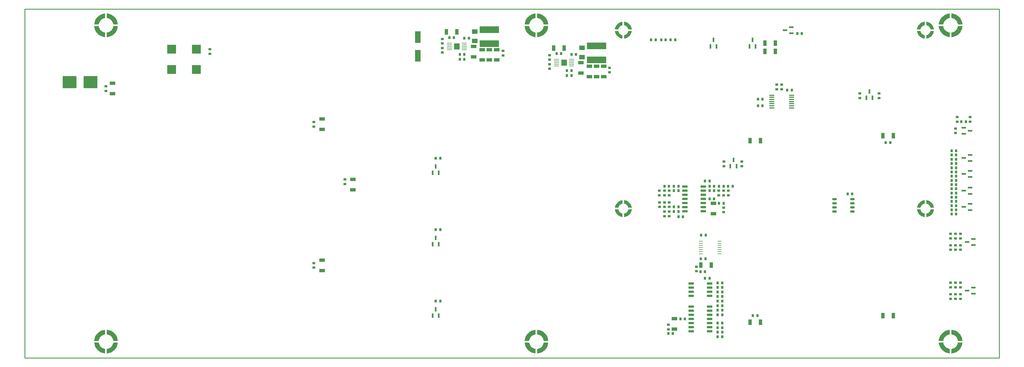
<source format=gtp>
G04 Layer_Color=10723209*
%FSLAX43Y43*%
%MOMM*%
G71*
G01*
G75*
%ADD10R,2.700X2.700*%
%ADD12R,6.000X2.000*%
%ADD13R,1.350X0.600*%
%ADD14O,1.450X0.650*%
%ADD15R,1.800X1.340*%
%ADD16R,0.900X0.800*%
%ADD18R,4.240X3.810*%
%ADD19R,0.800X0.900*%
%ADD20R,1.800X3.550*%
G04:AMPARAMS|DCode=22|XSize=0.65mm|YSize=1.65mm|CornerRadius=0.049mm|HoleSize=0mm|Usage=FLASHONLY|Rotation=270.000|XOffset=0mm|YOffset=0mm|HoleType=Round|Shape=RoundedRectangle|*
%AMROUNDEDRECTD22*
21,1,0.650,1.552,0,0,270.0*
21,1,0.552,1.650,0,0,270.0*
1,1,0.098,-0.776,-0.276*
1,1,0.098,-0.776,0.276*
1,1,0.098,0.776,0.276*
1,1,0.098,0.776,-0.276*
%
%ADD22ROUNDEDRECTD22*%
%ADD23R,1.700X1.000*%
%ADD24R,1.000X1.700*%
G04:AMPARAMS|DCode=26|XSize=1.73mm|YSize=1.9mm|CornerRadius=0.052mm|HoleSize=0mm|Usage=FLASHONLY|Rotation=0.000|XOffset=0mm|YOffset=0mm|HoleType=Round|Shape=RoundedRectangle|*
%AMROUNDEDRECTD26*
21,1,1.730,1.796,0,0,0.0*
21,1,1.626,1.900,0,0,0.0*
1,1,0.104,0.813,-0.898*
1,1,0.104,-0.813,-0.898*
1,1,0.104,-0.813,0.898*
1,1,0.104,0.813,0.898*
%
%ADD26ROUNDEDRECTD26*%
%ADD27R,0.600X1.350*%
%ADD35C,0.254*%
%ADD75O,1.300X0.250*%
G04:AMPARAMS|DCode=76|XSize=0.35mm|YSize=1.5mm|CornerRadius=0mm|HoleSize=0mm|Usage=FLASHONLY|Rotation=90.000|XOffset=0mm|YOffset=0mm|HoleType=Round|Shape=RoundedRectangle|*
%AMROUNDEDRECTD76*
21,1,0.350,1.500,0,0,90.0*
21,1,0.350,1.500,0,0,90.0*
1,1,0.000,0.750,0.175*
1,1,0.000,0.750,-0.175*
1,1,0.000,-0.750,-0.175*
1,1,0.000,-0.750,0.175*
%
%ADD76ROUNDEDRECTD76*%
G04:AMPARAMS|DCode=77|XSize=0.2mm|YSize=1.45mm|CornerRadius=0mm|HoleSize=0mm|Usage=FLASHONLY|Rotation=90.000|XOffset=0mm|YOffset=0mm|HoleType=Round|Shape=RoundedRectangle|*
%AMROUNDEDRECTD77*
21,1,0.200,1.450,0,0,90.0*
21,1,0.200,1.450,0,0,90.0*
1,1,0.000,0.725,0.100*
1,1,0.000,0.725,-0.100*
1,1,0.000,-0.725,-0.100*
1,1,0.000,-0.725,0.100*
%
%ADD77ROUNDEDRECTD77*%
G36*
X186838Y45750D02*
X186816Y45527D01*
X186697Y45094D01*
X186506Y44688D01*
X186247Y44320D01*
X185930Y44003D01*
X185562Y43744D01*
X185156Y43553D01*
X184723Y43434D01*
X184500Y43412D01*
X184500D01*
Y44471D01*
X184500Y44470D01*
X184618Y44494D01*
X184848Y44570D01*
X185062Y44680D01*
X185257Y44822D01*
X185428Y44993D01*
X185570Y45188D01*
X185680Y45402D01*
X185756Y45632D01*
X185780Y45750D01*
Y45750D01*
Y45750D01*
X186838Y45750D01*
D02*
G37*
G36*
X279858D02*
X279836Y45527D01*
X279717Y45094D01*
X279526Y44688D01*
X279267Y44320D01*
X278950Y44003D01*
X278582Y43744D01*
X278176Y43553D01*
X277743Y43434D01*
X277520Y43412D01*
X277520D01*
Y44471D01*
X277520Y44470D01*
X277638Y44494D01*
X277868Y44570D01*
X278082Y44680D01*
X278277Y44822D01*
X278448Y44993D01*
X278590Y45188D01*
X278700Y45402D01*
X278776Y45632D01*
X278800Y45750D01*
Y45750D01*
Y45750D01*
X279858Y45750D01*
D02*
G37*
G36*
X275740Y45750D02*
X275764Y45632D01*
X275840Y45402D01*
X275950Y45188D01*
X276092Y44993D01*
X276263Y44822D01*
X276458Y44680D01*
X276672Y44570D01*
X276902Y44494D01*
X277020Y44470D01*
X277020Y44470D01*
X277020D01*
X277020Y43412D01*
X276797Y43434D01*
X276364Y43553D01*
X275957Y43744D01*
X275590Y44003D01*
X275273Y44320D01*
X275014Y44688D01*
X274823Y45094D01*
X274704Y45527D01*
X274682Y45750D01*
Y45750D01*
X275741D01*
X275740Y45750D01*
D02*
G37*
G36*
X157250Y8641D02*
Y7236D01*
X157250D01*
Y7236D01*
X157063Y7207D01*
X156699Y7103D01*
X156358Y6938D01*
X156049Y6719D01*
X155781Y6452D01*
X155562Y6143D01*
X155398Y5801D01*
X155293Y5437D01*
X155264Y5250D01*
Y5250D01*
X153859D01*
X153874Y5468D01*
X153955Y5897D01*
X154087Y6313D01*
X154268Y6710D01*
X154495Y7083D01*
X154765Y7427D01*
X155074Y7735D01*
X155417Y8005D01*
X155790Y8232D01*
X156187Y8413D01*
X156603Y8545D01*
X157032Y8626D01*
X157250Y8641D01*
D01*
X157250D01*
X157250D01*
D02*
G37*
G36*
X182720Y45750D02*
X182744Y45632D01*
X182820Y45402D01*
X182930Y45188D01*
X183072Y44993D01*
X183243Y44822D01*
X183438Y44680D01*
X183652Y44570D01*
X183882Y44494D01*
X184000Y44470D01*
X184000Y44470D01*
X184000D01*
X184000Y43412D01*
X183777Y43434D01*
X183344Y43553D01*
X182938Y43744D01*
X182570Y44003D01*
X182253Y44320D01*
X181994Y44688D01*
X181803Y45094D01*
X181684Y45527D01*
X181662Y45750D01*
Y45750D01*
X182721D01*
X182720Y45750D01*
D02*
G37*
G36*
X277020Y47529D02*
X277020Y47530D01*
X276902Y47506D01*
X276672Y47430D01*
X276458Y47320D01*
X276263Y47178D01*
X276092Y47007D01*
X275950Y46812D01*
X275840Y46598D01*
X275764Y46368D01*
X275740Y46250D01*
X275740D01*
Y46250D01*
X274682D01*
X274704Y46473D01*
X274823Y46906D01*
X275014Y47312D01*
X275273Y47680D01*
X275590Y47997D01*
X275957Y48256D01*
X276364Y48447D01*
X276797Y48566D01*
X277020Y48588D01*
Y48588D01*
X277020D01*
Y47529D01*
D02*
G37*
G36*
X182720Y100750D02*
X182744Y100632D01*
X182820Y100402D01*
X182930Y100188D01*
X183072Y99993D01*
X183243Y99822D01*
X183438Y99680D01*
X183652Y99570D01*
X183882Y99494D01*
X184000Y99470D01*
X184000Y99470D01*
X184000D01*
X184000Y98412D01*
X183777Y98434D01*
X183344Y98553D01*
X182938Y98744D01*
X182570Y99003D01*
X182253Y99320D01*
X181994Y99687D01*
X181803Y100094D01*
X181684Y100527D01*
X181662Y100750D01*
Y100750D01*
X182721D01*
X182720Y100750D01*
D02*
G37*
G36*
X184000Y47529D02*
X184000Y47530D01*
X183882Y47506D01*
X183652Y47430D01*
X183438Y47320D01*
X183243Y47178D01*
X183072Y47007D01*
X182930Y46812D01*
X182820Y46598D01*
X182744Y46368D01*
X182720Y46250D01*
X182720D01*
Y46250D01*
X181662D01*
X181684Y46473D01*
X181803Y46906D01*
X181994Y47312D01*
X182253Y47680D01*
X182570Y47997D01*
X182938Y48256D01*
X183344Y48447D01*
X183777Y48566D01*
X184000Y48588D01*
Y48588D01*
X184000D01*
Y47529D01*
D02*
G37*
G36*
X184723Y48566D02*
X185156Y48447D01*
X185562Y48256D01*
X185930Y47997D01*
X186247Y47680D01*
X186506Y47312D01*
X186697Y46906D01*
X186816Y46473D01*
X186838Y46250D01*
X186838Y46250D01*
Y46250D01*
X185779D01*
X185780Y46250D01*
X185756Y46368D01*
X185680Y46598D01*
X185570Y46812D01*
X185428Y47007D01*
X185257Y47178D01*
X185062Y47320D01*
X184848Y47430D01*
X184618Y47506D01*
X184500Y47530D01*
X184500D01*
Y48588D01*
X184723Y48566D01*
D02*
G37*
G36*
X277743D02*
X278176Y48447D01*
X278582Y48256D01*
X278950Y47997D01*
X279267Y47680D01*
X279526Y47312D01*
X279717Y46906D01*
X279836Y46473D01*
X279858Y46250D01*
X279858Y46250D01*
Y46250D01*
X278799D01*
X278800Y46250D01*
X278776Y46368D01*
X278700Y46598D01*
X278590Y46812D01*
X278448Y47007D01*
X278277Y47178D01*
X278082Y47320D01*
X277868Y47430D01*
X277638Y47506D01*
X277520Y47530D01*
X277520D01*
Y48588D01*
X277743Y48566D01*
D02*
G37*
G36*
X157968Y8626D02*
X158397Y8545D01*
X158813Y8413D01*
X159210Y8232D01*
X159583Y8005D01*
X159927Y7735D01*
X160235Y7426D01*
X160505Y7083D01*
X160732Y6710D01*
X160913Y6313D01*
X161045Y5897D01*
X161126Y5468D01*
X161141Y5250D01*
D01*
Y5250D01*
Y5250D01*
X159736D01*
Y5250D01*
X159736Y5250D01*
X159707Y5437D01*
X159603Y5801D01*
X159438Y6142D01*
X159219Y6451D01*
X158952Y6719D01*
X158643Y6938D01*
X158301Y7102D01*
X157937Y7207D01*
X157750Y7236D01*
X157750Y7236D01*
Y8641D01*
X157968Y8626D01*
D02*
G37*
G36*
X22793Y4563D02*
X22897Y4199D01*
X23062Y3858D01*
X23281Y3549D01*
X23548Y3281D01*
X23857Y3062D01*
X24199Y2898D01*
X24563Y2793D01*
X24750Y2764D01*
X24750D01*
Y1359D01*
X24750Y1359D01*
X24532Y1374D01*
X24103Y1455D01*
X23687Y1587D01*
X23290Y1768D01*
X22917Y1995D01*
X22573Y2265D01*
X22265Y2573D01*
X21995Y2917D01*
X21768Y3290D01*
X21587Y3687D01*
X21455Y4103D01*
X21374Y4532D01*
X21359Y4750D01*
X21359Y4750D01*
X22764D01*
Y4750D01*
X22793Y4563D01*
D02*
G37*
G36*
X282793D02*
X282897Y4199D01*
X283062Y3858D01*
X283281Y3549D01*
X283548Y3281D01*
X283857Y3062D01*
X284199Y2898D01*
X284563Y2793D01*
X284750Y2764D01*
X284750D01*
Y1359D01*
X284750Y1359D01*
X284532Y1374D01*
X284103Y1455D01*
X283687Y1587D01*
X283290Y1768D01*
X282917Y1995D01*
X282573Y2265D01*
X282265Y2573D01*
X281995Y2917D01*
X281768Y3290D01*
X281587Y3687D01*
X281455Y4103D01*
X281374Y4532D01*
X281359Y4750D01*
X281359Y4750D01*
X282764D01*
Y4750D01*
X282793Y4563D01*
D02*
G37*
G36*
X161141Y4750D02*
X161126Y4532D01*
X161045Y4103D01*
X160913Y3687D01*
X160732Y3290D01*
X160505Y2917D01*
X160235Y2573D01*
X159926Y2265D01*
X159583Y1995D01*
X159210Y1768D01*
X158813Y1587D01*
X158397Y1455D01*
X157968Y1374D01*
X157750Y1359D01*
X157750Y1359D01*
Y2764D01*
X157750D01*
X157937Y2793D01*
X158301Y2897D01*
X158642Y3062D01*
X158951Y3281D01*
X159219Y3548D01*
X159438Y3857D01*
X159602Y4199D01*
X159707Y4563D01*
X159736Y4750D01*
X159736Y4750D01*
X161141D01*
Y4750D01*
D02*
G37*
G36*
X28641Y4750D02*
X28626Y4532D01*
X28545Y4103D01*
X28413Y3687D01*
X28232Y3290D01*
X28005Y2917D01*
X27735Y2573D01*
X27427Y2265D01*
X27083Y1995D01*
X26710Y1768D01*
X26313Y1587D01*
X25897Y1455D01*
X25468Y1373D01*
X25250Y1359D01*
X25250Y1359D01*
Y2764D01*
X25250D01*
X25437Y2793D01*
X25801Y2897D01*
X26142Y3062D01*
X26451Y3281D01*
X26719Y3548D01*
X26938Y3857D01*
X27102Y4199D01*
X27207Y4563D01*
X27236Y4750D01*
X27236Y4750D01*
X28641D01*
Y4750D01*
D02*
G37*
G36*
X288641D02*
X288626Y4532D01*
X288545Y4103D01*
X288413Y3687D01*
X288232Y3290D01*
X288005Y2917D01*
X287735Y2573D01*
X287427Y2265D01*
X287083Y1995D01*
X286710Y1768D01*
X286313Y1587D01*
X285897Y1455D01*
X285468Y1373D01*
X285250Y1359D01*
X285250Y1359D01*
Y2764D01*
X285250D01*
X285437Y2793D01*
X285801Y2897D01*
X286142Y3062D01*
X286451Y3281D01*
X286719Y3548D01*
X286938Y3857D01*
X287102Y4199D01*
X287207Y4563D01*
X287236Y4750D01*
X287236Y4750D01*
X288641D01*
Y4750D01*
D02*
G37*
G36*
X24750Y8641D02*
Y7236D01*
X24750D01*
Y7236D01*
X24563Y7207D01*
X24199Y7102D01*
X23858Y6938D01*
X23549Y6719D01*
X23281Y6452D01*
X23062Y6143D01*
X22898Y5801D01*
X22793Y5437D01*
X22764Y5250D01*
Y5250D01*
X21359D01*
X21374Y5468D01*
X21455Y5897D01*
X21587Y6313D01*
X21768Y6710D01*
X21995Y7083D01*
X22265Y7427D01*
X22573Y7735D01*
X22917Y8005D01*
X23290Y8232D01*
X23687Y8413D01*
X24103Y8545D01*
X24532Y8626D01*
X24750Y8641D01*
D01*
X24750D01*
X24750D01*
D02*
G37*
G36*
X284750D02*
Y7236D01*
X284750D01*
Y7236D01*
X284563Y7207D01*
X284199Y7102D01*
X283858Y6938D01*
X283549Y6719D01*
X283281Y6452D01*
X283062Y6143D01*
X282898Y5801D01*
X282793Y5437D01*
X282764Y5250D01*
Y5250D01*
X281359D01*
X281374Y5468D01*
X281455Y5897D01*
X281587Y6313D01*
X281768Y6710D01*
X281995Y7083D01*
X282265Y7427D01*
X282573Y7735D01*
X282917Y8005D01*
X283290Y8232D01*
X283687Y8413D01*
X284103Y8545D01*
X284532Y8626D01*
X284750Y8641D01*
D01*
X284750D01*
X284750D01*
D02*
G37*
G36*
X285468Y8626D02*
X285897Y8545D01*
X286313Y8413D01*
X286710Y8232D01*
X287083Y8005D01*
X287427Y7735D01*
X287735Y7426D01*
X288005Y7083D01*
X288232Y6710D01*
X288413Y6313D01*
X288545Y5897D01*
X288626Y5468D01*
X288641Y5250D01*
D01*
Y5250D01*
Y5250D01*
X287236D01*
Y5250D01*
X287236Y5250D01*
X287207Y5437D01*
X287103Y5801D01*
X286938Y6142D01*
X286719Y6451D01*
X286452Y6719D01*
X286143Y6938D01*
X285801Y7102D01*
X285437Y7207D01*
X285250Y7236D01*
X285250Y7236D01*
Y8641D01*
X285468Y8626D01*
D02*
G37*
G36*
X155293Y4563D02*
X155397Y4199D01*
X155562Y3858D01*
X155781Y3549D01*
X156048Y3281D01*
X156357Y3062D01*
X156699Y2898D01*
X157063Y2793D01*
X157250Y2764D01*
X157250D01*
Y1359D01*
X157250Y1359D01*
X157032Y1374D01*
X156603Y1455D01*
X156187Y1587D01*
X155790Y1768D01*
X155417Y1995D01*
X155073Y2265D01*
X154765Y2573D01*
X154495Y2917D01*
X154268Y3290D01*
X154087Y3687D01*
X153955Y4103D01*
X153874Y4532D01*
X153859Y4750D01*
X153859Y4750D01*
X155264D01*
Y4750D01*
X155293Y4563D01*
D02*
G37*
G36*
X25468Y8626D02*
X25897Y8545D01*
X26313Y8413D01*
X26710Y8232D01*
X27083Y8005D01*
X27427Y7735D01*
X27735Y7426D01*
X28005Y7083D01*
X28232Y6710D01*
X28413Y6313D01*
X28545Y5897D01*
X28626Y5468D01*
X28641Y5250D01*
D01*
Y5250D01*
Y5250D01*
X27236D01*
Y5250D01*
X27236Y5250D01*
X27207Y5437D01*
X27103Y5801D01*
X26938Y6142D01*
X26719Y6451D01*
X26452Y6719D01*
X26143Y6938D01*
X25801Y7102D01*
X25437Y7207D01*
X25250Y7236D01*
X25250Y7236D01*
Y8641D01*
X25468Y8626D01*
D02*
G37*
G36*
X275720Y100750D02*
X275744Y100632D01*
X275820Y100402D01*
X275930Y100188D01*
X276072Y99993D01*
X276243Y99822D01*
X276438Y99680D01*
X276652Y99570D01*
X276882Y99494D01*
X277000Y99470D01*
X277000Y99470D01*
X277000D01*
X277000Y98412D01*
X276777Y98434D01*
X276344Y98553D01*
X275938Y98744D01*
X275570Y99003D01*
X275253Y99320D01*
X274994Y99687D01*
X274803Y100094D01*
X274684Y100527D01*
X274662Y100750D01*
Y100750D01*
X275721D01*
X275720Y100750D01*
D02*
G37*
G36*
X285468Y106126D02*
X285897Y106045D01*
X286313Y105913D01*
X286710Y105732D01*
X287083Y105505D01*
X287427Y105235D01*
X287735Y104926D01*
X288005Y104583D01*
X288232Y104210D01*
X288413Y103813D01*
X288545Y103397D01*
X288626Y102968D01*
X288641Y102750D01*
D01*
Y102750D01*
Y102750D01*
X287236D01*
Y102750D01*
X287236Y102750D01*
X287207Y102937D01*
X287103Y103301D01*
X286938Y103642D01*
X286719Y103951D01*
X286452Y104219D01*
X286143Y104438D01*
X285801Y104602D01*
X285437Y104707D01*
X285250Y104736D01*
X285250Y104736D01*
Y106141D01*
X285468Y106126D01*
D02*
G37*
G36*
X24750Y104736D02*
X24750D01*
Y104736D01*
X24563Y104707D01*
X24199Y104603D01*
X23858Y104438D01*
X23549Y104219D01*
X23281Y103952D01*
X23062Y103643D01*
X22898Y103301D01*
X22793Y102937D01*
X22764Y102750D01*
Y102750D01*
X21359D01*
X21374Y102968D01*
X21455Y103397D01*
X21587Y103813D01*
X21768Y104210D01*
X21995Y104583D01*
X22265Y104927D01*
X22573Y105235D01*
X22917Y105505D01*
X23290Y105732D01*
X23687Y105913D01*
X24103Y106045D01*
X24532Y106126D01*
X24750Y106141D01*
Y104736D01*
D02*
G37*
G36*
X157968Y106126D02*
X158397Y106045D01*
X158813Y105913D01*
X159210Y105732D01*
X159583Y105505D01*
X159927Y105235D01*
X160235Y104926D01*
X160505Y104583D01*
X160732Y104210D01*
X160913Y103813D01*
X161045Y103397D01*
X161126Y102968D01*
X161141Y102750D01*
D01*
Y102750D01*
Y102750D01*
X159736D01*
Y102750D01*
X159736Y102750D01*
X159707Y102937D01*
X159603Y103301D01*
X159438Y103642D01*
X159219Y103951D01*
X158952Y104219D01*
X158643Y104438D01*
X158301Y104602D01*
X157937Y104707D01*
X157750Y104736D01*
X157750Y104736D01*
Y106141D01*
X157968Y106126D01*
D02*
G37*
G36*
X277000Y102529D02*
X277000Y102530D01*
X276882Y102506D01*
X276652Y102430D01*
X276438Y102320D01*
X276243Y102178D01*
X276072Y102007D01*
X275930Y101812D01*
X275820Y101598D01*
X275744Y101368D01*
X275720Y101250D01*
X275720D01*
Y101250D01*
X274662D01*
X274684Y101473D01*
X274803Y101906D01*
X274994Y102312D01*
X275253Y102680D01*
X275570Y102997D01*
X275938Y103256D01*
X276344Y103447D01*
X276777Y103566D01*
X277000Y103588D01*
Y103588D01*
X277000D01*
Y102529D01*
D02*
G37*
G36*
X25468Y106126D02*
X25897Y106045D01*
X26313Y105913D01*
X26710Y105732D01*
X27083Y105505D01*
X27427Y105235D01*
X27735Y104926D01*
X28005Y104583D01*
X28232Y104210D01*
X28413Y103813D01*
X28545Y103397D01*
X28626Y102968D01*
X28641Y102750D01*
D01*
Y102750D01*
Y102750D01*
X27236D01*
Y102750D01*
X27236Y102750D01*
X27207Y102937D01*
X27103Y103301D01*
X26938Y103642D01*
X26719Y103951D01*
X26452Y104219D01*
X26143Y104438D01*
X25801Y104602D01*
X25437Y104707D01*
X25250Y104736D01*
X25250Y104736D01*
Y106141D01*
X25468Y106126D01*
D02*
G37*
G36*
X284750Y106141D02*
D01*
X284750D01*
X284750D01*
D02*
G37*
G36*
X157250D02*
D01*
X157250D01*
X157250D01*
D02*
G37*
G36*
X24750D02*
D01*
X24750D01*
X24750D01*
D02*
G37*
G36*
X157250Y104736D02*
X157250D01*
Y104736D01*
X157063Y104707D01*
X156699Y104603D01*
X156358Y104438D01*
X156049Y104219D01*
X155781Y103952D01*
X155562Y103643D01*
X155398Y103301D01*
X155293Y102937D01*
X155264Y102750D01*
Y102750D01*
X153859D01*
X153874Y102968D01*
X153955Y103397D01*
X154087Y103813D01*
X154268Y104210D01*
X154495Y104583D01*
X154765Y104927D01*
X155074Y105235D01*
X155417Y105505D01*
X155790Y105732D01*
X156187Y105913D01*
X156603Y106045D01*
X157032Y106126D01*
X157250Y106141D01*
Y104736D01*
D02*
G37*
G36*
X284750D02*
X284750D01*
Y104736D01*
X284563Y104707D01*
X284199Y104603D01*
X283858Y104438D01*
X283549Y104219D01*
X283281Y103952D01*
X283062Y103643D01*
X282898Y103301D01*
X282793Y102937D01*
X282764Y102750D01*
Y102750D01*
X281359D01*
X281374Y102968D01*
X281455Y103397D01*
X281587Y103813D01*
X281768Y104210D01*
X281995Y104583D01*
X282265Y104927D01*
X282573Y105235D01*
X282917Y105505D01*
X283290Y105732D01*
X283687Y105913D01*
X284103Y106045D01*
X284532Y106126D01*
X284750Y106141D01*
Y104736D01*
D02*
G37*
G36*
X184000Y102529D02*
X184000Y102530D01*
X183882Y102506D01*
X183652Y102430D01*
X183438Y102320D01*
X183243Y102178D01*
X183072Y102007D01*
X182930Y101812D01*
X182820Y101598D01*
X182744Y101368D01*
X182720Y101250D01*
X182720D01*
Y101250D01*
X181662D01*
X181684Y101473D01*
X181803Y101906D01*
X181994Y102312D01*
X182253Y102680D01*
X182570Y102997D01*
X182938Y103256D01*
X183344Y103447D01*
X183777Y103566D01*
X184000Y103588D01*
Y103588D01*
X184000D01*
Y102529D01*
D02*
G37*
G36*
X186838Y100750D02*
X186816Y100527D01*
X186697Y100094D01*
X186506Y99688D01*
X186247Y99320D01*
X185930Y99003D01*
X185562Y98744D01*
X185156Y98553D01*
X184723Y98434D01*
X184500Y98412D01*
X184500D01*
Y99471D01*
X184500Y99470D01*
X184618Y99494D01*
X184848Y99570D01*
X185062Y99680D01*
X185257Y99822D01*
X185428Y99993D01*
X185570Y100188D01*
X185680Y100402D01*
X185756Y100632D01*
X185780Y100750D01*
Y100750D01*
Y100750D01*
X186838Y100750D01*
D02*
G37*
G36*
X279838D02*
X279816Y100527D01*
X279697Y100094D01*
X279506Y99688D01*
X279247Y99320D01*
X278930Y99003D01*
X278562Y98744D01*
X278156Y98553D01*
X277723Y98434D01*
X277500Y98412D01*
X277500D01*
Y99471D01*
X277500Y99470D01*
X277618Y99494D01*
X277848Y99570D01*
X278062Y99680D01*
X278257Y99822D01*
X278428Y99993D01*
X278570Y100188D01*
X278680Y100402D01*
X278756Y100632D01*
X278780Y100750D01*
Y100750D01*
Y100750D01*
X279838Y100750D01*
D02*
G37*
G36*
X288641Y102250D02*
X288626Y102032D01*
X288545Y101603D01*
X288413Y101187D01*
X288232Y100790D01*
X288005Y100417D01*
X287735Y100073D01*
X287427Y99765D01*
X287083Y99495D01*
X286710Y99268D01*
X286313Y99087D01*
X285897Y98955D01*
X285468Y98874D01*
X285250Y98859D01*
X285250Y98859D01*
Y100264D01*
X285250D01*
X285437Y100293D01*
X285801Y100397D01*
X286142Y100562D01*
X286451Y100781D01*
X286719Y101048D01*
X286938Y101357D01*
X287102Y101699D01*
X287207Y102063D01*
X287236Y102250D01*
X287236Y102250D01*
X288641D01*
Y102250D01*
D02*
G37*
G36*
X28641D02*
X28626Y102032D01*
X28545Y101603D01*
X28413Y101187D01*
X28232Y100790D01*
X28005Y100417D01*
X27735Y100073D01*
X27427Y99765D01*
X27083Y99495D01*
X26710Y99268D01*
X26313Y99087D01*
X25897Y98955D01*
X25468Y98874D01*
X25250Y98859D01*
X25250Y98859D01*
Y100264D01*
X25250D01*
X25437Y100293D01*
X25801Y100397D01*
X26142Y100562D01*
X26451Y100781D01*
X26719Y101048D01*
X26938Y101357D01*
X27102Y101699D01*
X27207Y102063D01*
X27236Y102250D01*
X27236Y102250D01*
X28641D01*
Y102250D01*
D02*
G37*
G36*
X161141D02*
X161126Y102032D01*
X161045Y101603D01*
X160913Y101187D01*
X160732Y100790D01*
X160505Y100417D01*
X160235Y100073D01*
X159926Y99765D01*
X159583Y99495D01*
X159210Y99268D01*
X158813Y99087D01*
X158397Y98955D01*
X157968Y98874D01*
X157750Y98859D01*
X157750Y98859D01*
Y100264D01*
X157750D01*
X157937Y100293D01*
X158301Y100397D01*
X158642Y100562D01*
X158951Y100781D01*
X159219Y101048D01*
X159438Y101357D01*
X159602Y101699D01*
X159707Y102063D01*
X159736Y102250D01*
X159736Y102250D01*
X161141D01*
Y102250D01*
D02*
G37*
G36*
X155293Y102063D02*
X155397Y101699D01*
X155562Y101358D01*
X155781Y101049D01*
X156048Y100781D01*
X156357Y100562D01*
X156699Y100398D01*
X157063Y100293D01*
X157250Y100264D01*
X157250D01*
Y98859D01*
X157250Y98859D01*
X157032Y98874D01*
X156603Y98955D01*
X156187Y99087D01*
X155790Y99268D01*
X155417Y99495D01*
X155073Y99765D01*
X154765Y100074D01*
X154495Y100417D01*
X154268Y100790D01*
X154087Y101187D01*
X153955Y101603D01*
X153874Y102032D01*
X153859Y102250D01*
X153859Y102250D01*
X155264D01*
Y102250D01*
X155293Y102063D01*
D02*
G37*
G36*
X282793D02*
X282897Y101699D01*
X283062Y101358D01*
X283281Y101049D01*
X283548Y100781D01*
X283857Y100562D01*
X284199Y100398D01*
X284563Y100293D01*
X284750Y100264D01*
X284750D01*
Y98859D01*
X284750Y98859D01*
X284532Y98874D01*
X284103Y98955D01*
X283687Y99087D01*
X283290Y99268D01*
X282917Y99495D01*
X282573Y99765D01*
X282265Y100074D01*
X281995Y100417D01*
X281768Y100790D01*
X281587Y101187D01*
X281455Y101603D01*
X281374Y102032D01*
X281359Y102250D01*
X281359Y102250D01*
X282764D01*
Y102250D01*
X282793Y102063D01*
D02*
G37*
G36*
X22793D02*
X22897Y101699D01*
X23062Y101358D01*
X23281Y101049D01*
X23548Y100781D01*
X23857Y100562D01*
X24199Y100398D01*
X24563Y100293D01*
X24750Y100264D01*
X24750D01*
Y98859D01*
X24750Y98859D01*
X24532Y98874D01*
X24103Y98955D01*
X23687Y99087D01*
X23290Y99268D01*
X22917Y99495D01*
X22573Y99765D01*
X22265Y100074D01*
X21995Y100417D01*
X21768Y100790D01*
X21587Y101187D01*
X21455Y101603D01*
X21374Y102032D01*
X21359Y102250D01*
X21359Y102250D01*
X22764D01*
Y102250D01*
X22793Y102063D01*
D02*
G37*
G36*
X184723Y103566D02*
X185156Y103447D01*
X185562Y103256D01*
X185930Y102997D01*
X186247Y102680D01*
X186506Y102312D01*
X186697Y101906D01*
X186816Y101473D01*
X186838Y101250D01*
X186838Y101250D01*
Y101250D01*
X185779D01*
X185780Y101250D01*
X185756Y101368D01*
X185680Y101598D01*
X185570Y101812D01*
X185428Y102007D01*
X185257Y102178D01*
X185062Y102320D01*
X184848Y102430D01*
X184618Y102506D01*
X184500Y102530D01*
X184500D01*
Y103588D01*
X184723Y103566D01*
D02*
G37*
G36*
X277723D02*
X278156Y103447D01*
X278562Y103256D01*
X278930Y102997D01*
X279247Y102680D01*
X279506Y102312D01*
X279697Y101906D01*
X279816Y101473D01*
X279838Y101250D01*
X279838Y101250D01*
Y101250D01*
X278779D01*
X278780Y101250D01*
X278756Y101368D01*
X278680Y101598D01*
X278570Y101812D01*
X278428Y102007D01*
X278257Y102178D01*
X278062Y102320D01*
X277848Y102430D01*
X277618Y102506D01*
X277500Y102530D01*
X277500D01*
Y103588D01*
X277723Y103566D01*
D02*
G37*
D10*
X45190Y88890D02*
D03*
X52810D02*
D03*
Y95110D02*
D03*
X45190D02*
D03*
D12*
X143000Y96850D02*
D03*
Y101150D02*
D03*
X176000Y91850D02*
D03*
Y96150D02*
D03*
D13*
X235975Y100050D02*
D03*
Y101950D02*
D03*
X234025Y101000D02*
D03*
X290975Y70000D02*
D03*
X289025Y69050D02*
D03*
Y70950D02*
D03*
X290025Y35700D02*
D03*
X291975Y36650D02*
D03*
Y34750D02*
D03*
X290975Y45550D02*
D03*
Y47450D02*
D03*
X289025Y46500D02*
D03*
X290975Y50550D02*
D03*
Y52450D02*
D03*
X289025Y51500D02*
D03*
X290975Y55750D02*
D03*
Y57650D02*
D03*
X289025Y56700D02*
D03*
X290975Y60650D02*
D03*
Y62550D02*
D03*
X289025Y61600D02*
D03*
X291975Y19750D02*
D03*
Y21650D02*
D03*
X290025Y20700D02*
D03*
D14*
X254725Y45095D02*
D03*
Y46365D02*
D03*
Y47635D02*
D03*
Y48905D02*
D03*
X249275Y45095D02*
D03*
Y46365D02*
D03*
Y47635D02*
D03*
Y48905D02*
D03*
D15*
X138500Y100530D02*
D03*
Y97670D02*
D03*
X171500Y95530D02*
D03*
Y92670D02*
D03*
D16*
X233000Y84200D02*
D03*
Y82800D02*
D03*
X288000Y19600D02*
D03*
Y18200D02*
D03*
X286500Y69300D02*
D03*
Y70700D02*
D03*
X285000Y33300D02*
D03*
Y34700D02*
D03*
Y36800D02*
D03*
Y38200D02*
D03*
X286500Y34700D02*
D03*
Y33300D02*
D03*
Y36800D02*
D03*
Y38200D02*
D03*
X287000Y74200D02*
D03*
Y72800D02*
D03*
X291000Y74200D02*
D03*
Y72800D02*
D03*
X198100Y8800D02*
D03*
Y10200D02*
D03*
X198400Y45100D02*
D03*
Y43700D02*
D03*
Y47900D02*
D03*
Y46500D02*
D03*
X89000Y27800D02*
D03*
Y29200D02*
D03*
X198400Y50100D02*
D03*
Y51500D02*
D03*
X98500Y55000D02*
D03*
Y53600D02*
D03*
X213600Y50100D02*
D03*
Y51500D02*
D03*
X89000Y71300D02*
D03*
Y72700D02*
D03*
X215100Y46300D02*
D03*
Y44900D02*
D03*
X215230Y59070D02*
D03*
Y60470D02*
D03*
X220730Y59070D02*
D03*
Y60470D02*
D03*
X25000Y83700D02*
D03*
Y82300D02*
D03*
X57000Y95100D02*
D03*
Y93700D02*
D03*
X180000Y89400D02*
D03*
Y88000D02*
D03*
X161500Y90500D02*
D03*
Y89100D02*
D03*
X147200Y93200D02*
D03*
Y94600D02*
D03*
X128500Y94100D02*
D03*
Y95500D02*
D03*
X206700Y26700D02*
D03*
Y28100D02*
D03*
X196900Y45100D02*
D03*
Y43700D02*
D03*
Y47900D02*
D03*
Y46500D02*
D03*
X195300Y51500D02*
D03*
Y50100D02*
D03*
X196900D02*
D03*
Y51500D02*
D03*
X215100Y50100D02*
D03*
Y51500D02*
D03*
X161500Y91900D02*
D03*
Y93300D02*
D03*
X128500Y96900D02*
D03*
Y98300D02*
D03*
X263000Y80100D02*
D03*
Y81500D02*
D03*
X257000Y80100D02*
D03*
Y81500D02*
D03*
X195400Y46500D02*
D03*
Y47900D02*
D03*
X216600Y51500D02*
D03*
Y50100D02*
D03*
X288000Y36800D02*
D03*
Y38200D02*
D03*
Y34700D02*
D03*
Y33300D02*
D03*
Y21740D02*
D03*
Y23140D02*
D03*
X286500D02*
D03*
Y21740D02*
D03*
Y18200D02*
D03*
Y19600D02*
D03*
X285000Y23140D02*
D03*
Y21740D02*
D03*
Y19600D02*
D03*
Y18200D02*
D03*
X231500Y84200D02*
D03*
Y82800D02*
D03*
D18*
X20185Y85000D02*
D03*
X13815D02*
D03*
D19*
X215100Y47600D02*
D03*
X213700D02*
D03*
X288300Y72800D02*
D03*
X289700D02*
D03*
X285300Y44300D02*
D03*
X286700D02*
D03*
X285300Y48200D02*
D03*
X286700D02*
D03*
X285300Y49500D02*
D03*
X286700D02*
D03*
X285300Y53400D02*
D03*
X286700D02*
D03*
X285300Y54700D02*
D03*
X286700D02*
D03*
X285300Y58600D02*
D03*
X286700D02*
D03*
X285300Y59900D02*
D03*
X286700D02*
D03*
X285300Y63800D02*
D03*
X286700D02*
D03*
Y62500D02*
D03*
X285300D02*
D03*
X286700Y61200D02*
D03*
X285300D02*
D03*
X286700Y57300D02*
D03*
X285300D02*
D03*
X286700Y56000D02*
D03*
X285300D02*
D03*
X214700Y16100D02*
D03*
X213300D02*
D03*
Y13300D02*
D03*
X214700D02*
D03*
X214700Y21700D02*
D03*
X213300D02*
D03*
Y18900D02*
D03*
X214700D02*
D03*
X214700Y7900D02*
D03*
X213300D02*
D03*
Y10700D02*
D03*
X214700D02*
D03*
X203200Y12000D02*
D03*
X201800D02*
D03*
X208200Y37800D02*
D03*
X209600D02*
D03*
X196900Y52900D02*
D03*
X198300D02*
D03*
X215100D02*
D03*
X213700D02*
D03*
X208000Y26600D02*
D03*
X209400D02*
D03*
X208100Y30500D02*
D03*
X209500D02*
D03*
X210800Y49000D02*
D03*
X212200D02*
D03*
X225530Y12970D02*
D03*
X224130D02*
D03*
X265030Y66370D02*
D03*
X266430D02*
D03*
X254700Y50500D02*
D03*
X253300D02*
D03*
X168300Y93500D02*
D03*
X169700D02*
D03*
X163700Y93800D02*
D03*
X165100D02*
D03*
X135300Y98500D02*
D03*
X136700D02*
D03*
X132100Y98700D02*
D03*
X130700D02*
D03*
X192800Y98000D02*
D03*
X194200D02*
D03*
X236100Y82500D02*
D03*
X234700D02*
D03*
X198100Y7500D02*
D03*
X199500D02*
D03*
X214700Y17500D02*
D03*
X213300D02*
D03*
Y14700D02*
D03*
X214700D02*
D03*
X214700Y23100D02*
D03*
X213300D02*
D03*
Y20300D02*
D03*
X214700D02*
D03*
X214700Y6500D02*
D03*
X213300D02*
D03*
X213300Y9300D02*
D03*
X214700D02*
D03*
X199800Y45100D02*
D03*
X201200D02*
D03*
Y46500D02*
D03*
X199800D02*
D03*
X126500Y17500D02*
D03*
X127900D02*
D03*
X199800Y52900D02*
D03*
X201200D02*
D03*
Y51500D02*
D03*
X199800D02*
D03*
X126500Y39500D02*
D03*
X127900D02*
D03*
X216500Y52900D02*
D03*
X217900D02*
D03*
X212200D02*
D03*
X210800D02*
D03*
Y51500D02*
D03*
X212200D02*
D03*
X126500Y61500D02*
D03*
X127900D02*
D03*
X166900Y87000D02*
D03*
X168300D02*
D03*
Y88500D02*
D03*
X166900D02*
D03*
X133900Y92000D02*
D03*
X135300D02*
D03*
Y93500D02*
D03*
X133900D02*
D03*
X285300Y45600D02*
D03*
X286700D02*
D03*
X285300Y46900D02*
D03*
X286700D02*
D03*
X285300Y50800D02*
D03*
X286700D02*
D03*
X285300Y52100D02*
D03*
X286700D02*
D03*
X195900Y98000D02*
D03*
X197300D02*
D03*
X200200D02*
D03*
X198800D02*
D03*
X210800Y24500D02*
D03*
X209400D02*
D03*
X202600Y43500D02*
D03*
X201200D02*
D03*
X209400Y54500D02*
D03*
X210800D02*
D03*
X237800Y100000D02*
D03*
X239200D02*
D03*
X225700Y79700D02*
D03*
X227100D02*
D03*
X225700Y77700D02*
D03*
X227100D02*
D03*
D20*
X121000Y93125D02*
D03*
Y98875D02*
D03*
D22*
X203175Y52810D02*
D03*
Y51540D02*
D03*
Y50270D02*
D03*
Y49000D02*
D03*
Y47730D02*
D03*
Y46460D02*
D03*
Y45190D02*
D03*
X208825Y52810D02*
D03*
Y51540D02*
D03*
Y50270D02*
D03*
Y49000D02*
D03*
Y47730D02*
D03*
Y46460D02*
D03*
Y45190D02*
D03*
X210825Y19095D02*
D03*
Y20365D02*
D03*
Y21635D02*
D03*
Y22905D02*
D03*
X205175Y19095D02*
D03*
Y20365D02*
D03*
Y21635D02*
D03*
Y22905D02*
D03*
X210825Y8190D02*
D03*
Y9460D02*
D03*
Y10730D02*
D03*
Y12000D02*
D03*
Y13270D02*
D03*
Y14540D02*
D03*
Y15810D02*
D03*
X205175Y8190D02*
D03*
Y9460D02*
D03*
Y10730D02*
D03*
Y12000D02*
D03*
Y13270D02*
D03*
Y14540D02*
D03*
Y15810D02*
D03*
D23*
X145300Y91800D02*
D03*
Y95000D02*
D03*
X200000Y12100D02*
D03*
Y8900D02*
D03*
X91500Y30100D02*
D03*
Y26900D02*
D03*
X101000Y51800D02*
D03*
Y55000D02*
D03*
X91500Y73600D02*
D03*
Y70400D02*
D03*
X212000Y44400D02*
D03*
Y47600D02*
D03*
X27000Y81400D02*
D03*
Y84600D02*
D03*
X173800Y86700D02*
D03*
Y89900D02*
D03*
X176000Y86700D02*
D03*
Y89900D02*
D03*
X178200Y86700D02*
D03*
Y89900D02*
D03*
X140800Y91800D02*
D03*
Y95000D02*
D03*
X143000Y91800D02*
D03*
Y95000D02*
D03*
X171200Y87800D02*
D03*
Y91000D02*
D03*
X138200Y92800D02*
D03*
Y96000D02*
D03*
D24*
X227800Y97000D02*
D03*
X231000D02*
D03*
X211300Y28600D02*
D03*
X208100D02*
D03*
X223230Y10970D02*
D03*
X226430D02*
D03*
X267330Y68470D02*
D03*
X264130D02*
D03*
Y12970D02*
D03*
X267330D02*
D03*
X226430Y66970D02*
D03*
X223230D02*
D03*
X166000Y95500D02*
D03*
X162800D02*
D03*
X133000Y100500D02*
D03*
X129800D02*
D03*
X227800Y94500D02*
D03*
X231000D02*
D03*
D26*
X133000Y96000D02*
D03*
X166000Y91000D02*
D03*
D27*
X259050Y80125D02*
D03*
X260950D02*
D03*
X260000Y82075D02*
D03*
X211050Y96025D02*
D03*
X212950D02*
D03*
X212000Y97975D02*
D03*
X223050Y96025D02*
D03*
X224950D02*
D03*
X224000Y97975D02*
D03*
X217180Y59095D02*
D03*
X219080D02*
D03*
X218130Y61045D02*
D03*
X125550Y13025D02*
D03*
X127450D02*
D03*
X126500Y14975D02*
D03*
X125550Y35025D02*
D03*
X127450D02*
D03*
X126500Y36975D02*
D03*
X125550Y57025D02*
D03*
X127450D02*
D03*
X126500Y58975D02*
D03*
D35*
X0Y0D02*
Y107500D01*
X300000D01*
Y0D02*
Y107500D01*
X0Y0D02*
X300000D01*
D75*
X213875Y32050D02*
D03*
Y32700D02*
D03*
Y33350D02*
D03*
Y34000D02*
D03*
Y34650D02*
D03*
Y35300D02*
D03*
Y35950D02*
D03*
X208125Y32050D02*
D03*
Y32700D02*
D03*
Y33350D02*
D03*
Y34000D02*
D03*
Y34650D02*
D03*
Y35300D02*
D03*
Y35950D02*
D03*
D76*
X229950Y80950D02*
D03*
Y80300D02*
D03*
Y79650D02*
D03*
Y79000D02*
D03*
Y78350D02*
D03*
Y77700D02*
D03*
Y77050D02*
D03*
X236050Y80950D02*
D03*
Y80300D02*
D03*
Y79650D02*
D03*
Y79000D02*
D03*
Y78350D02*
D03*
Y77700D02*
D03*
Y77050D02*
D03*
D77*
X135325Y97000D02*
D03*
X130675D02*
D03*
Y96500D02*
D03*
Y96000D02*
D03*
Y95500D02*
D03*
Y95000D02*
D03*
X135325Y96500D02*
D03*
Y96000D02*
D03*
Y95500D02*
D03*
Y95000D02*
D03*
X168325Y90000D02*
D03*
Y90500D02*
D03*
Y91000D02*
D03*
Y91500D02*
D03*
X163675Y90000D02*
D03*
Y90500D02*
D03*
Y91000D02*
D03*
Y91500D02*
D03*
Y92000D02*
D03*
X168325D02*
D03*
M02*

</source>
